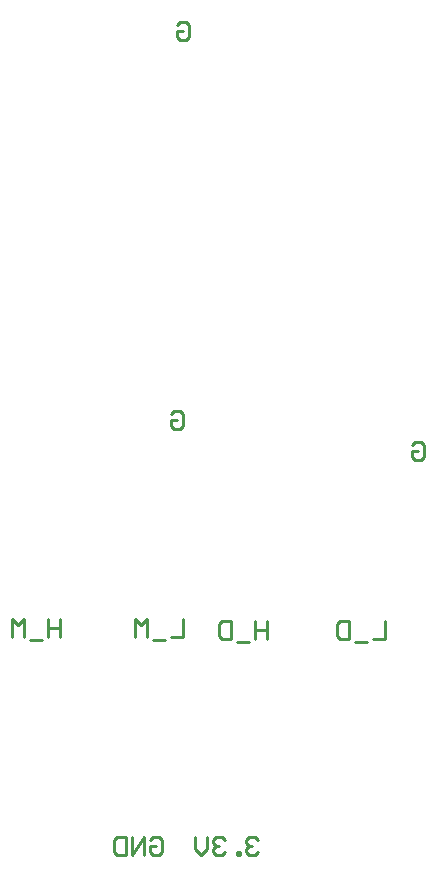
<source format=gbr>
%TF.GenerationSoftware,Altium Limited,Altium Designer,25.2.1 (25)*%
G04 Layer_Color=32896*
%FSLAX45Y45*%
%MOMM*%
%TF.SameCoordinates,263333B9-CEA0-44AE-B74E-27EC067FB1C6*%
%TF.FilePolarity,Positive*%
%TF.FileFunction,Legend,Bot*%
%TF.Part,Single*%
G01*
G75*
%TA.AperFunction,NonConductor*%
%ADD31C,0.25400*%
D31*
X6591333Y4013159D02*
X6616725Y4038551D01*
X6667508D01*
X6692900Y4013159D01*
Y3911592D01*
X6667508Y3886200D01*
X6616725D01*
X6591333Y3911592D01*
Y3962375D01*
X6642117D01*
X4597433Y7569159D02*
X4622825Y7594551D01*
X4673608D01*
X4699000Y7569159D01*
Y7467592D01*
X4673608Y7442200D01*
X4622825D01*
X4597433Y7467592D01*
Y7518375D01*
X4648217D01*
X4546633Y4279859D02*
X4572025Y4305251D01*
X4622808D01*
X4648200Y4279859D01*
Y4178292D01*
X4622808Y4152900D01*
X4572025D01*
X4546633Y4178292D01*
Y4229075D01*
X4597417D01*
X6362700Y2527243D02*
Y2374892D01*
X6261133D01*
X6210349Y2349500D02*
X6108782D01*
X6057999Y2527243D02*
Y2374892D01*
X5981823D01*
X5956431Y2400284D01*
Y2501851D01*
X5981823Y2527243D01*
X6057999D01*
X5359400D02*
Y2374892D01*
Y2451067D01*
X5257833D01*
Y2527243D01*
Y2374892D01*
X5207049Y2349500D02*
X5105482D01*
X5054699Y2527243D02*
Y2374892D01*
X4978523D01*
X4953131Y2400284D01*
Y2501851D01*
X4978523Y2527243D01*
X5054699D01*
X4648200Y2539943D02*
Y2387592D01*
X4546633D01*
X4495849Y2362200D02*
X4394282D01*
X4343499Y2387592D02*
Y2539943D01*
X4292715Y2489159D01*
X4241931Y2539943D01*
Y2387592D01*
X3606800Y2539943D02*
Y2387592D01*
Y2463767D01*
X3505233D01*
Y2539943D01*
Y2387592D01*
X3454449Y2362200D02*
X3352882D01*
X3302099Y2387592D02*
Y2539943D01*
X3251315Y2489159D01*
X3200531Y2539943D01*
Y2387592D01*
X5283200Y673059D02*
X5257808Y698451D01*
X5207025D01*
X5181633Y673059D01*
Y647667D01*
X5207025Y622275D01*
X5232417D01*
X5207025D01*
X5181633Y596883D01*
Y571492D01*
X5207025Y546100D01*
X5257808D01*
X5283200Y571492D01*
X5130849Y546100D02*
Y571492D01*
X5105457D01*
Y546100D01*
X5130849D01*
X5003890Y673059D02*
X4978499Y698451D01*
X4927715D01*
X4902323Y673059D01*
Y647667D01*
X4927715Y622275D01*
X4953107D01*
X4927715D01*
X4902323Y596883D01*
Y571492D01*
X4927715Y546100D01*
X4978499D01*
X5003890Y571492D01*
X4851540Y698451D02*
Y596883D01*
X4800756Y546100D01*
X4749972Y596883D01*
Y698451D01*
X4368833Y673059D02*
X4394225Y698451D01*
X4445008D01*
X4470400Y673059D01*
Y571492D01*
X4445008Y546100D01*
X4394225D01*
X4368833Y571492D01*
Y622275D01*
X4419617D01*
X4318049Y546100D02*
Y698451D01*
X4216482Y546100D01*
Y698451D01*
X4165699D02*
Y546100D01*
X4089523D01*
X4064131Y571492D01*
Y673059D01*
X4089523Y698451D01*
X4165699D01*
%TF.MD5,3ae8812ccd12abb2c5aa6db5c5dd6745*%
M02*

</source>
